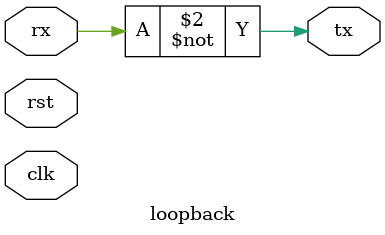
<source format=v>
`timescale 1ns / 1ps


/////////////////////////////// FPGA internal Loopback//////////////////////////////
//  PC(keyboard)--> UART RX(M19)=rx port Verilog design--> tx port Verilog design = UART TX(K24) --> PC(TeraTerm Terminal window)
//////////////////////////////////////////////////////////////////////////////////

module loopback  (
    input clk,
    input rst,
    output tx, // Connect it with TX of FPGA
    input rx // Connect it with RX of FPGA
);
assign tx = rx^1'b1;  // Internal UART Loopback (will get same characters as entered through key board)
endmodule

</source>
